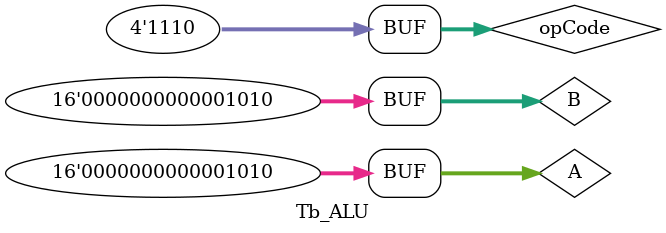
<source format=v>
`timescale 1ns/1ps

module Tb_ALU;

reg [15: 0] A, B;
wire [15: 0] cout;
reg [3:0] opCode;
wire flag;

ALU alu (A, B,opCode, cout, flag );

initial begin
    #10  A = 10; B= 20; opCode = 4'b0000;
    #10  A = 10; B= -20; opCode = 4'b0000;
    #10  A = -10; B= 20; opCode = 4'b0000;
    #10  A = -110; B= -20; opCode = 4'b0000;

    #10  A = 100; B= 20; opCode = 4'b0001;
    #10  A = 10; B= -20; opCode = 4'b0001;
    #10  A = -10; B= 20; opCode = 4'b0001;
    #10  A = -10; B= -20; opCode = 4'b0001;

    #10  A = 100; B= 20; opCode = 4'b0010;

    #10  A = 10; B= -20; opCode = 4'b0011;

    #10  A = 10; B= -20; opCode = 4'b0100;
    #10  A = 10; B= -20; opCode = 4'b0101;

    #10  A = 10; B= 20; opCode = 4'b0110;
    #10  A = 10; B= 10; opCode = 4'b0110;


    #10  A = 10; B= 10; opCode = 4'b0111;
    #10  A = 10; B= 140; opCode = 4'b0111;

    #10  A = 10; B= 10; opCode = 4'b1000;
    #10  A = -10; B= 10; opCode = 4'b1000;

    
    #10  A = 10; B= 10; opCode = 4'b1001;
    #10  A = -10; B= 10; opCode = 4'b1001;

    
    #10  A = 64; B= 10; opCode = 4'b1100;
    #10  A = 64; B= 10; opCode = 4'b1101;

    
    #10  A = 10; B= 10; opCode = 4'b1110;








 end





endmodule
</source>
